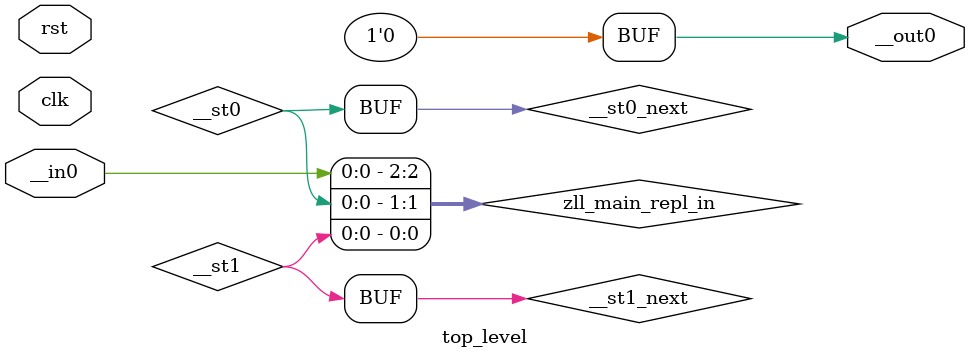
<source format=sv>
module top_level (input logic [0:0] clk,
  input logic [0:0] rst,
  input logic [0:0] __in0,
  output logic [0:0] __out0);
  logic [2:0] zll_main_repl_in;
  logic [0:0] __st0;
  logic [0:0] __st1;
  logic [0:0] __st0_next;
  logic [0:0] __st1_next;
  assign zll_main_repl_in = {__in0, {__st0, __st1}};
  assign {__out0, __st0_next, __st1_next} = {1'h0, zll_main_repl_in[1:0]};
  initial {__st0, __st1} = 2'h0;
  always @ (posedge clk or posedge rst) begin
    if (rst == 1'h1) begin
      {__st0, __st1} <= 2'h0;
    end else begin
      {__st0, __st1} <= {__st0_next, __st1_next};
    end
  end
endmodule
</source>
